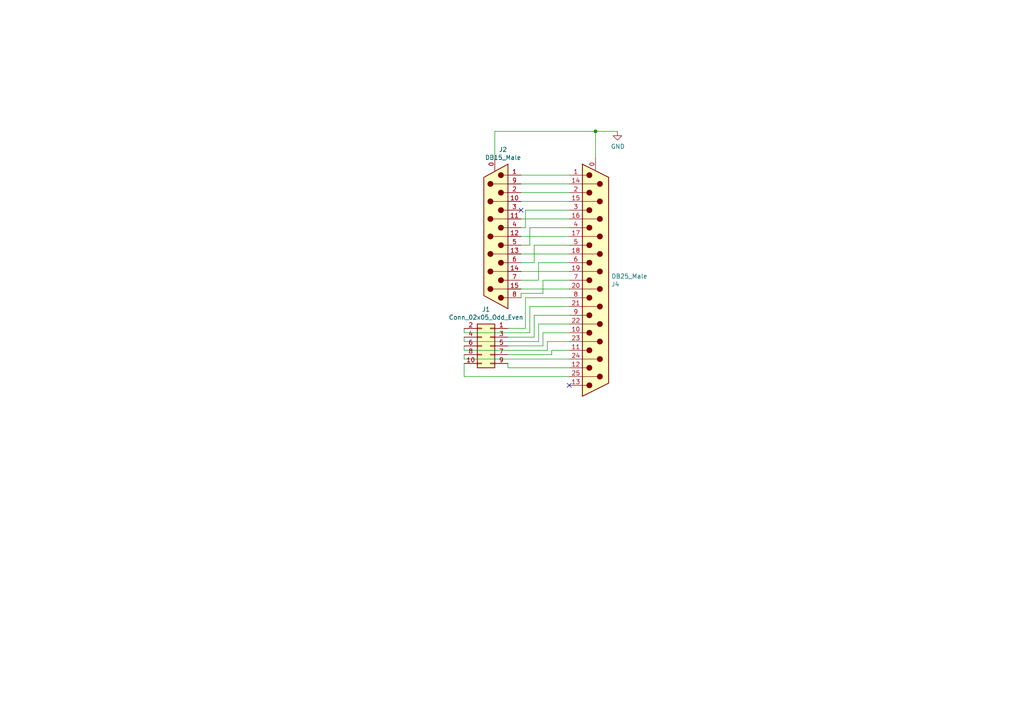
<source format=kicad_sch>
(kicad_sch (version 20211123) (generator eeschema)
  (paper "A4")
  (lib_symbols
    (symbol "Connector:DB15_Male_MountingHoles" (pin_names (offset 1.016) hide)
      (property "Reference" "J" (at 0 24.13 0))
      (property "Value" "DB15_Male_MountingHoles" (at 0 22.225 0))
      (symbol "DB15_Male_MountingHoles_0_1"
        (circle (center -1.778 -17.78) (radius 0.762) (fill (type outline)))
        (circle (center -1.778 -12.7) (radius 0.762) (fill (type outline)))
        (circle (center -1.778 -7.62) (radius 0.762) (fill (type outline)))
        (circle (center -1.778 -2.54) (radius 0.762) (fill (type outline)))
        (circle (center -1.778 2.54) (radius 0.762) (fill (type outline)))
        (circle (center -1.778 7.62) (radius 0.762) (fill (type outline)))
        (circle (center -1.778 12.7) (radius 0.762) (fill (type outline)))
        (circle (center -1.778 17.78) (radius 0.762) (fill (type outline)))
        (polyline (pts (xy -3.81 -17.78) (xy -2.54 -17.78)))
        (polyline (pts (xy -3.81 -15.24) (xy 0.508 -15.24)))
        (polyline (pts (xy -3.81 -12.7) (xy -2.54 -12.7)))
        (polyline (pts (xy -3.81 -10.16) (xy 0.508 -10.16)))
        (polyline (pts (xy -3.81 -7.62) (xy -2.54 -7.62)))
        (polyline (pts (xy -3.81 -5.08) (xy 0.508 -5.08)))
        (polyline (pts (xy -3.81 -2.54) (xy -2.54 -2.54)))
        (polyline (pts (xy -3.81 0) (xy 0.508 0)))
        (polyline (pts (xy -3.81 2.54) (xy -2.54 2.54)))
        (polyline (pts (xy -3.81 5.08) (xy 0.508 5.08)))
        (polyline (pts (xy -3.81 7.62) (xy -2.54 7.62)))
        (polyline (pts (xy -3.81 10.16) (xy 0.508 10.16)))
        (polyline (pts (xy -3.81 12.7) (xy -2.54 12.7)))
        (polyline (pts (xy -3.81 15.24) (xy 0.508 15.24)))
        (polyline (pts (xy -3.81 17.78) (xy -2.54 17.78)))
        (polyline (pts (xy -3.81 -20.955) (xy 3.175 -17.145) (xy 3.175 17.145) (xy -3.81 20.955) (xy -3.81 -20.955)) (stroke (width 0.254)) (fill (type background)))
        (circle (center 1.27 -15.24) (radius 0.762) (fill (type outline)))
        (circle (center 1.27 -10.16) (radius 0.762) (fill (type outline)))
        (circle (center 1.27 -5.08) (radius 0.762) (fill (type outline)))
        (circle (center 1.27 0) (radius 0.762) (fill (type outline)))
        (circle (center 1.27 5.08) (radius 0.762) (fill (type outline)))
        (circle (center 1.27 10.16) (radius 0.762) (fill (type outline)))
        (circle (center 1.27 15.24) (radius 0.762) (fill (type outline)))
      )
      (symbol "DB15_Male_MountingHoles_1_1"
        (pin passive line (at 0 -22.86 90) (length 3.81) (name "PAD") (number "0"))
        (pin passive line (at -7.62 -17.78 0) (length 3.81) (name "1") (number "1"))
        (pin passive line (at -7.62 -10.16 0) (length 3.81) (name "P10") (number "10"))
        (pin passive line (at -7.62 -5.08 0) (length 3.81) (name "P111") (number "11"))
        (pin passive line (at -7.62 0 0) (length 3.81) (name "P12") (number "12"))
        (pin passive line (at -7.62 5.08 0) (length 3.81) (name "P13") (number "13"))
        (pin passive line (at -7.62 10.16 0) (length 3.81) (name "P14") (number "14"))
        (pin passive line (at -7.62 15.24 0) (length 3.81) (name "P15") (number "15"))
        (pin passive line (at -7.62 -12.7 0) (length 3.81) (name "2") (number "2"))
        (pin passive line (at -7.62 -7.62 0) (length 3.81) (name "3") (number "3"))
        (pin passive line (at -7.62 -2.54 0) (length 3.81) (name "4") (number "4"))
        (pin passive line (at -7.62 2.54 0) (length 3.81) (name "5") (number "5"))
        (pin passive line (at -7.62 7.62 0) (length 3.81) (name "6") (number "6"))
        (pin passive line (at -7.62 12.7 0) (length 3.81) (name "7") (number "7"))
        (pin passive line (at -7.62 17.78 0) (length 3.81) (name "8") (number "8"))
        (pin passive line (at -7.62 -15.24 0) (length 3.81) (name "P9") (number "9"))
      )
    )
    (symbol "Connector:DB25_Male_MountingHoles" (pin_names (offset 1.016) hide)
      (property "Reference" "J" (at 0 36.83 0))
      (property "Value" "DB25_Male_MountingHoles" (at 0 34.925 0))
      (symbol "DB25_Male_MountingHoles_0_1"
        (circle (center -1.778 -30.48) (radius 0.762) (fill (type outline)))
        (circle (center -1.778 -25.4) (radius 0.762) (fill (type outline)))
        (circle (center -1.778 -20.32) (radius 0.762) (fill (type outline)))
        (circle (center -1.778 -15.24) (radius 0.762) (fill (type outline)))
        (circle (center -1.778 -10.16) (radius 0.762) (fill (type outline)))
        (circle (center -1.778 -5.08) (radius 0.762) (fill (type outline)))
        (circle (center -1.778 0) (radius 0.762) (fill (type outline)))
        (circle (center -1.778 5.08) (radius 0.762) (fill (type outline)))
        (circle (center -1.778 10.16) (radius 0.762) (fill (type outline)))
        (circle (center -1.778 15.24) (radius 0.762) (fill (type outline)))
        (circle (center -1.778 20.32) (radius 0.762) (fill (type outline)))
        (circle (center -1.778 25.4) (radius 0.762) (fill (type outline)))
        (circle (center -1.778 30.48) (radius 0.762) (fill (type outline)))
        (polyline (pts (xy -3.81 -30.48) (xy -2.54 -30.48)))
        (polyline (pts (xy -3.81 -27.94) (xy 0.508 -27.94)))
        (polyline (pts (xy -3.81 -25.4) (xy -2.54 -25.4)))
        (polyline (pts (xy -3.81 -22.86) (xy 0.508 -22.86)))
        (polyline (pts (xy -3.81 -20.32) (xy -2.54 -20.32)))
        (polyline (pts (xy -3.81 -17.78) (xy 0.508 -17.78)))
        (polyline (pts (xy -3.81 -15.24) (xy -2.54 -15.24)))
        (polyline (pts (xy -3.81 -12.7) (xy 0.508 -12.7)))
        (polyline (pts (xy -3.81 -10.16) (xy -2.54 -10.16)))
        (polyline (pts (xy -3.81 -7.62) (xy 0.508 -7.62)))
        (polyline (pts (xy -3.81 -5.08) (xy -2.54 -5.08)))
        (polyline (pts (xy -3.81 -2.54) (xy 0.508 -2.54)))
        (polyline (pts (xy -3.81 0) (xy -2.54 0)))
        (polyline (pts (xy -3.81 2.54) (xy 0.508 2.54)))
        (polyline (pts (xy -3.81 5.08) (xy -2.54 5.08)))
        (polyline (pts (xy -3.81 7.62) (xy 0.508 7.62)))
        (polyline (pts (xy -3.81 10.16) (xy -2.54 10.16)))
        (polyline (pts (xy -3.81 12.7) (xy 0.508 12.7)))
        (polyline (pts (xy -3.81 15.24) (xy -2.54 15.24)))
        (polyline (pts (xy -3.81 17.78) (xy 0.508 17.78)))
        (polyline (pts (xy -3.81 20.32) (xy -2.54 20.32)))
        (polyline (pts (xy -3.81 22.86) (xy 0.508 22.86)))
        (polyline (pts (xy -3.81 25.4) (xy -2.54 25.4)))
        (polyline (pts (xy -3.81 27.94) (xy 0.508 27.94)))
        (polyline (pts (xy -3.81 30.48) (xy -2.54 30.48)))
        (polyline (pts (xy -3.81 -33.655) (xy 3.81 -29.845) (xy 3.81 29.845) (xy -3.81 33.655) (xy -3.81 -33.655)) (stroke (width 0.254)) (fill (type background)))
        (circle (center 1.27 -27.94) (radius 0.762) (fill (type outline)))
        (circle (center 1.27 -22.86) (radius 0.762) (fill (type outline)))
        (circle (center 1.27 -17.78) (radius 0.762) (fill (type outline)))
        (circle (center 1.27 -12.7) (radius 0.762) (fill (type outline)))
        (circle (center 1.27 -7.62) (radius 0.762) (fill (type outline)))
        (circle (center 1.27 -2.54) (radius 0.762) (fill (type outline)))
        (circle (center 1.27 2.54) (radius 0.762) (fill (type outline)))
        (circle (center 1.27 7.62) (radius 0.762) (fill (type outline)))
        (circle (center 1.27 12.7) (radius 0.762) (fill (type outline)))
        (circle (center 1.27 17.78) (radius 0.762) (fill (type outline)))
        (circle (center 1.27 22.86) (radius 0.762) (fill (type outline)))
        (circle (center 1.27 27.94) (radius 0.762) (fill (type outline)))
      )
      (symbol "DB25_Male_MountingHoles_1_1"
        (pin passive line (at 0 -35.56 90) (length 3.81) (name "PAD") (number "0"))
        (pin passive line (at -7.62 -30.48 0) (length 3.81) (name "1") (number "1"))
        (pin passive line (at -7.62 15.24 0) (length 3.81) (name "10") (number "10"))
        (pin passive line (at -7.62 20.32 0) (length 3.81) (name "11") (number "11"))
        (pin passive line (at -7.62 25.4 0) (length 3.81) (name "12") (number "12"))
        (pin passive line (at -7.62 30.48 0) (length 3.81) (name "13") (number "13"))
        (pin passive line (at -7.62 -27.94 0) (length 3.81) (name "P14") (number "14"))
        (pin passive line (at -7.62 -22.86 0) (length 3.81) (name "P15") (number "15"))
        (pin passive line (at -7.62 -17.78 0) (length 3.81) (name "P16") (number "16"))
        (pin passive line (at -7.62 -12.7 0) (length 3.81) (name "P17") (number "17"))
        (pin passive line (at -7.62 -7.62 0) (length 3.81) (name "P18") (number "18"))
        (pin passive line (at -7.62 -2.54 0) (length 3.81) (name "P19") (number "19"))
        (pin passive line (at -7.62 -25.4 0) (length 3.81) (name "2") (number "2"))
        (pin passive line (at -7.62 2.54 0) (length 3.81) (name "P20") (number "20"))
        (pin passive line (at -7.62 7.62 0) (length 3.81) (name "P21") (number "21"))
        (pin passive line (at -7.62 12.7 0) (length 3.81) (name "P22") (number "22"))
        (pin passive line (at -7.62 17.78 0) (length 3.81) (name "P23") (number "23"))
        (pin passive line (at -7.62 22.86 0) (length 3.81) (name "P24") (number "24"))
        (pin passive line (at -7.62 27.94 0) (length 3.81) (name "P25") (number "25"))
        (pin passive line (at -7.62 -20.32 0) (length 3.81) (name "3") (number "3"))
        (pin passive line (at -7.62 -15.24 0) (length 3.81) (name "4") (number "4"))
        (pin passive line (at -7.62 -10.16 0) (length 3.81) (name "5") (number "5"))
        (pin passive line (at -7.62 -5.08 0) (length 3.81) (name "6") (number "6"))
        (pin passive line (at -7.62 0 0) (length 3.81) (name "7") (number "7"))
        (pin passive line (at -7.62 5.08 0) (length 3.81) (name "8") (number "8"))
        (pin passive line (at -7.62 10.16 0) (length 3.81) (name "9") (number "9"))
      )
    )
    (symbol "Connector_Generic:Conn_02x05_Odd_Even" (pin_names (offset 1.016) hide)
      (property "Reference" "J" (at 1.27 7.62 0))
      (property "Value" "Conn_02x05_Odd_Even" (at 1.27 -7.62 0))
      (symbol "Conn_02x05_Odd_Even_1_1"
        (rectangle (start -1.27 -4.953) (end 0 -5.207) (stroke (width 0.1524)))
        (rectangle (start -1.27 -2.413) (end 0 -2.667) (stroke (width 0.1524)))
        (rectangle (start -1.27 0.127) (end 0 -0.127) (stroke (width 0.1524)))
        (rectangle (start -1.27 2.667) (end 0 2.413) (stroke (width 0.1524)))
        (rectangle (start -1.27 5.207) (end 0 4.953) (stroke (width 0.1524)))
        (rectangle (start -1.27 6.35) (end 3.81 -6.35) (stroke (width 0.254)) (fill (type background)))
        (rectangle (start 3.81 -4.953) (end 2.54 -5.207) (stroke (width 0.1524)))
        (rectangle (start 3.81 -2.413) (end 2.54 -2.667) (stroke (width 0.1524)))
        (rectangle (start 3.81 0.127) (end 2.54 -0.127) (stroke (width 0.1524)))
        (rectangle (start 3.81 2.667) (end 2.54 2.413) (stroke (width 0.1524)))
        (rectangle (start 3.81 5.207) (end 2.54 4.953) (stroke (width 0.1524)))
        (pin passive line (at -5.08 5.08 0) (length 3.81) (name "Pin_1") (number "1"))
        (pin passive line (at 7.62 -5.08 180) (length 3.81) (name "Pin_10") (number "10"))
        (pin passive line (at 7.62 5.08 180) (length 3.81) (name "Pin_2") (number "2"))
        (pin passive line (at -5.08 2.54 0) (length 3.81) (name "Pin_3") (number "3"))
        (pin passive line (at 7.62 2.54 180) (length 3.81) (name "Pin_4") (number "4"))
        (pin passive line (at -5.08 0 0) (length 3.81) (name "Pin_5") (number "5"))
        (pin passive line (at 7.62 0 180) (length 3.81) (name "Pin_6") (number "6"))
        (pin passive line (at -5.08 -2.54 0) (length 3.81) (name "Pin_7") (number "7"))
        (pin passive line (at 7.62 -2.54 180) (length 3.81) (name "Pin_8") (number "8"))
        (pin passive line (at -5.08 -5.08 0) (length 3.81) (name "Pin_9") (number "9"))
      )
    )
    (symbol "power:GND" (power) (pin_names (offset 0))
      (property "Value" "GND" (at 0 -3.81 0))
      (symbol "GND_0_1"
        (polyline (pts (xy 0 0) (xy 0 -1.27) (xy 1.27 -1.27) (xy 0 -2.54) (xy -1.27 -1.27) (xy 0 -1.27)))
      )
      (symbol "GND_1_1"
        (pin power_in line (at 0 0 270) (length 0) hide (name "GND") (number "1"))
      )
    )
  )
  (junction (at 172.72 38.1))
  (no_connect (at 151.13 60.96))
  (no_connect (at 165.1 111.76))
  (wire (pts (xy 151.13 55.88) (xy 165.1 55.88)))
  (wire (pts (xy 147.32 106.68) (xy 147.32 105.41)))
  (wire (pts (xy 151.13 66.04) (xy 152.4 66.04)))
  (wire (pts (xy 143.51 45.72) (xy 143.51 38.1)))
  (wire (pts (xy 165.1 93.98) (xy 156.21 93.98)))
  (wire (pts (xy 153.67 88.9) (xy 153.67 96.52)))
  (wire (pts (xy 134.62 101.6) (xy 134.62 100.33)))
  (wire (pts (xy 165.1 53.34) (xy 151.13 53.34)))
  (wire (pts (xy 134.62 109.22) (xy 165.1 109.22)))
  (wire (pts (xy 160.02 102.87) (xy 147.32 102.87)))
  (wire (pts (xy 165.1 73.66) (xy 151.13 73.66)))
  (wire (pts (xy 152.4 60.96) (xy 165.1 60.96)))
  (wire (pts (xy 165.1 96.52) (xy 157.48 96.52)))
  (wire (pts (xy 165.1 101.6) (xy 160.02 101.6)))
  (wire (pts (xy 151.13 83.82) (xy 165.1 83.82)))
  (wire (pts (xy 165.1 91.44) (xy 154.94 91.44)))
  (wire (pts (xy 151.13 85.09) (xy 151.13 86.36)))
  (wire (pts (xy 156.21 76.2) (xy 165.1 76.2)))
  (wire (pts (xy 165.1 58.42) (xy 151.13 58.42)))
  (wire (pts (xy 165.1 86.36) (xy 152.4 86.36)))
  (wire (pts (xy 172.72 38.1) (xy 179.07 38.1)))
  (wire (pts (xy 154.94 76.2) (xy 154.94 71.12)))
  (wire (pts (xy 160.02 101.6) (xy 160.02 102.87)))
  (wire (pts (xy 165.1 104.14) (xy 134.62 104.14)))
  (wire (pts (xy 152.4 95.25) (xy 147.32 95.25)))
  (wire (pts (xy 151.13 81.28) (xy 156.21 81.28)))
  (wire (pts (xy 158.75 99.06) (xy 158.75 101.6)))
  (wire (pts (xy 157.48 81.28) (xy 165.1 81.28)))
  (wire (pts (xy 151.13 71.12) (xy 153.67 71.12)))
  (wire (pts (xy 172.72 38.1) (xy 172.72 45.72)))
  (wire (pts (xy 134.62 105.41) (xy 134.62 109.22)))
  (wire (pts (xy 157.48 96.52) (xy 157.48 100.33)))
  (wire (pts (xy 153.67 66.04) (xy 165.1 66.04)))
  (wire (pts (xy 165.1 88.9) (xy 153.67 88.9)))
  (wire (pts (xy 156.21 81.28) (xy 156.21 76.2)))
  (wire (pts (xy 154.94 97.79) (xy 147.32 97.79)))
  (wire (pts (xy 143.51 38.1) (xy 172.72 38.1)))
  (wire (pts (xy 157.48 100.33) (xy 147.32 100.33)))
  (wire (pts (xy 134.62 99.06) (xy 134.62 97.79)))
  (wire (pts (xy 151.13 85.09) (xy 157.48 85.09)))
  (wire (pts (xy 154.94 91.44) (xy 154.94 97.79)))
  (wire (pts (xy 154.94 71.12) (xy 165.1 71.12)))
  (wire (pts (xy 151.13 76.2) (xy 154.94 76.2)))
  (wire (pts (xy 156.21 99.06) (xy 134.62 99.06)))
  (wire (pts (xy 165.1 50.8) (xy 151.13 50.8)))
  (wire (pts (xy 165.1 78.74) (xy 151.13 78.74)))
  (wire (pts (xy 134.62 96.52) (xy 134.62 95.25)))
  (wire (pts (xy 157.48 85.09) (xy 157.48 81.28)))
  (wire (pts (xy 165.1 99.06) (xy 158.75 99.06)))
  (wire (pts (xy 152.4 86.36) (xy 152.4 95.25)))
  (wire (pts (xy 152.4 66.04) (xy 152.4 60.96)))
  (wire (pts (xy 156.21 93.98) (xy 156.21 99.06)))
  (wire (pts (xy 158.75 101.6) (xy 134.62 101.6)))
  (wire (pts (xy 134.62 104.14) (xy 134.62 102.87)))
  (wire (pts (xy 165.1 68.58) (xy 151.13 68.58)))
  (wire (pts (xy 153.67 96.52) (xy 134.62 96.52)))
  (wire (pts (xy 153.67 71.12) (xy 153.67 66.04)))
  (wire (pts (xy 165.1 106.68) (xy 147.32 106.68)))
  (wire (pts (xy 165.1 63.5) (xy 151.13 63.5)))
  (symbol (lib_id "Connector:DB15_Male_MountingHoles") (at 143.51 68.58 180) (unit 1)
    (property "Reference" "J2" (at 145.8976 43.3832 0))
    (property "Value" "DB15_Male" (at 145.8976 45.6946 0))
    (property "Footprint" "Connector:380-015-113L001" (effects hide))
    (property "Datasheet" " ~" (effects hide))
  )
  (symbol (lib_id "Connector:DB25_Male_MountingHoles") (at 172.72 81.28 0) (mirror x) (unit 1)
    (property "Reference" "J4" (at 177.292 82.4484 0) (effects (justify left)))
    (property "Value" "DB25_Male" (at 177.292 80.137 0) (effects (justify left)))
    (property "Footprint" "Connector:Norcomp-380-025-113L001-microd_NoLeads" (effects hide))
    (property "Datasheet" " ~" (effects hide))
  )
  (symbol (lib_id "Connector_Generic:Conn_02x05_Odd_Even") (at 142.24 100.33 0) (mirror y) (unit 1)
    (property "Reference" "J1" (at 140.97 89.7382 0))
    (property "Value" "Conn_02x05_Odd_Even" (at 140.97 92.0496 0))
    (property "Footprint" "Connector_PinHeader_1.00mm:PinHeader_2x05_P1.00mm_Vertical" (effects hide))
  )
  (symbol (lib_id "power:GND") (at 179.07 38.1 0) (unit 1)
    (property "Reference" "#PWR0101" (effects hide))
    (property "Value" "GND" (at 179.197 42.4942 0))
  )
)
</source>
